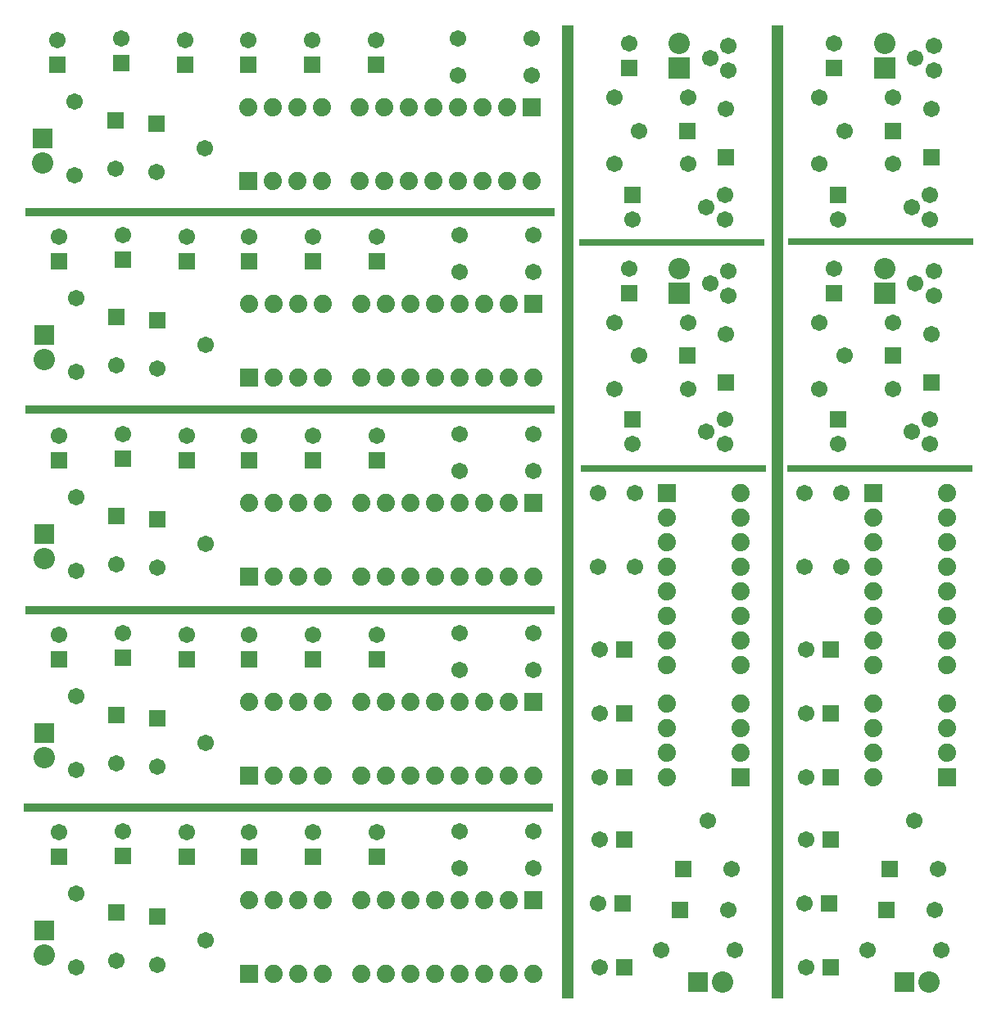
<source format=gts>
G04 Layer_Color=8388736*
%FSLAX25Y25*%
%MOIN*%
G70*
G01*
G75*
%ADD38R,0.75603X0.02768*%
%ADD39R,2.15367X0.03556*%
%ADD40R,0.04737X3.96469*%
%ADD41R,0.06706X0.06706*%
%ADD42C,0.06706*%
%ADD43R,0.06706X0.06706*%
%ADD44C,0.08674*%
%ADD45R,0.08674X0.08674*%
%ADD46R,0.06737X0.06737*%
%ADD47C,0.06737*%
%ADD48R,0.07400X0.07400*%
%ADD49C,0.07400*%
%ADD50R,0.07887X0.07887*%
%ADD51R,0.06737X0.06737*%
%ADD52R,0.07400X0.07400*%
%ADD53R,0.07887X0.07887*%
D38*
X350000Y310500D02*
D03*
X265000Y310000D02*
D03*
X349500Y218000D02*
D03*
X265500D02*
D03*
D39*
X109000Y80000D02*
D03*
X109500Y160500D02*
D03*
Y242000D02*
D03*
Y322500D02*
D03*
D40*
X308000Y200500D02*
D03*
X222500D02*
D03*
D41*
X370500Y253095D02*
D03*
X332500Y237937D02*
D03*
X331000Y289437D02*
D03*
Y380937D02*
D03*
X332500Y329437D02*
D03*
X370500Y344595D02*
D03*
X287000D02*
D03*
X249000Y329437D02*
D03*
X247500Y380937D02*
D03*
Y289437D02*
D03*
X249000Y237937D02*
D03*
X287000Y253095D02*
D03*
X15500Y140500D02*
D03*
X41500Y141000D02*
D03*
X67500Y140500D02*
D03*
X93000D02*
D03*
X119000D02*
D03*
X145000D02*
D03*
X39000Y117843D02*
D03*
X15500Y221500D02*
D03*
X41500Y222000D02*
D03*
X67500Y221500D02*
D03*
X93000D02*
D03*
X119000D02*
D03*
X145000D02*
D03*
X39000Y198843D02*
D03*
X15500Y302500D02*
D03*
X41500Y303000D02*
D03*
X67500Y302500D02*
D03*
X93000D02*
D03*
X119000D02*
D03*
X145000D02*
D03*
X39000Y279843D02*
D03*
X15000Y382500D02*
D03*
X41000Y383000D02*
D03*
X67000Y382500D02*
D03*
X92500D02*
D03*
X118500D02*
D03*
X144500D02*
D03*
X38500Y359843D02*
D03*
X15500Y60000D02*
D03*
X41500Y60500D02*
D03*
X67500Y60000D02*
D03*
X39000Y37343D02*
D03*
X93000Y60000D02*
D03*
X119000D02*
D03*
X145000D02*
D03*
D42*
X370500Y272779D02*
D03*
X335157Y263937D02*
D03*
X332500Y227937D02*
D03*
X331000Y299437D02*
D03*
X370000Y227937D02*
D03*
X362500Y232937D02*
D03*
X370000Y237937D02*
D03*
X371500Y288437D02*
D03*
X364000Y293437D02*
D03*
X371500Y298437D02*
D03*
X355000Y250437D02*
D03*
X325000D02*
D03*
X355000Y277437D02*
D03*
X325000D02*
D03*
X355000Y368937D02*
D03*
X325000D02*
D03*
X355000Y341937D02*
D03*
X325000D02*
D03*
X371500Y379937D02*
D03*
X364000Y384937D02*
D03*
X371500Y389937D02*
D03*
X370000Y319437D02*
D03*
X362500Y324437D02*
D03*
X370000Y329437D02*
D03*
X331000Y390937D02*
D03*
X332500Y319437D02*
D03*
X335157Y355437D02*
D03*
X370500Y364280D02*
D03*
X287000D02*
D03*
X251658Y355437D02*
D03*
X249000Y319437D02*
D03*
X247500Y390937D02*
D03*
X286500Y319437D02*
D03*
X279000Y324437D02*
D03*
X286500Y329437D02*
D03*
X288000Y379937D02*
D03*
X280500Y384937D02*
D03*
X288000Y389937D02*
D03*
X271500Y341937D02*
D03*
X241500D02*
D03*
X271500Y368937D02*
D03*
X241500D02*
D03*
X271500Y277437D02*
D03*
X241500D02*
D03*
X271500Y250437D02*
D03*
X241500D02*
D03*
X288000Y288437D02*
D03*
X280500Y293437D02*
D03*
X288000Y298437D02*
D03*
X286500Y227937D02*
D03*
X279000Y232937D02*
D03*
X286500Y237937D02*
D03*
X247500Y299437D02*
D03*
X249000Y227937D02*
D03*
X251658Y263937D02*
D03*
X287000Y272779D02*
D03*
X319500Y15000D02*
D03*
X319000Y41000D02*
D03*
X319500Y67000D02*
D03*
Y92500D02*
D03*
Y118500D02*
D03*
Y144500D02*
D03*
X344500Y22000D02*
D03*
X374500D02*
D03*
X371843Y38500D02*
D03*
X319000Y178000D02*
D03*
Y208000D02*
D03*
X334000Y178000D02*
D03*
Y208000D02*
D03*
X235500Y15000D02*
D03*
X235000Y41000D02*
D03*
X235500Y67000D02*
D03*
Y92500D02*
D03*
Y118500D02*
D03*
Y144500D02*
D03*
X260500Y22000D02*
D03*
X290500D02*
D03*
X287843Y38500D02*
D03*
X235000Y178000D02*
D03*
Y208000D02*
D03*
X250000Y178000D02*
D03*
Y208000D02*
D03*
X15500Y150500D02*
D03*
X41500Y151000D02*
D03*
X67500Y150500D02*
D03*
X93000D02*
D03*
X119000D02*
D03*
X145000D02*
D03*
X22500Y125500D02*
D03*
Y95500D02*
D03*
X39000Y98157D02*
D03*
X178500Y151000D02*
D03*
X208500D02*
D03*
X178500Y136000D02*
D03*
X208500D02*
D03*
X15500Y231500D02*
D03*
X41500Y232000D02*
D03*
X67500Y231500D02*
D03*
X93000D02*
D03*
X119000D02*
D03*
X145000D02*
D03*
X22500Y206500D02*
D03*
Y176500D02*
D03*
X39000Y179157D02*
D03*
X178500Y232000D02*
D03*
X208500D02*
D03*
X178500Y217000D02*
D03*
X208500D02*
D03*
X15500Y312500D02*
D03*
X41500Y313000D02*
D03*
X67500Y312500D02*
D03*
X93000D02*
D03*
X119000D02*
D03*
X145000D02*
D03*
X22500Y287500D02*
D03*
Y257500D02*
D03*
X39000Y260157D02*
D03*
X178500Y313000D02*
D03*
X208500D02*
D03*
X178500Y298000D02*
D03*
X208500D02*
D03*
X15000Y392500D02*
D03*
X41000Y393000D02*
D03*
X67000Y392500D02*
D03*
X92500D02*
D03*
X118500D02*
D03*
X144500D02*
D03*
X22000Y367500D02*
D03*
Y337500D02*
D03*
X38500Y340157D02*
D03*
X178000Y393000D02*
D03*
X208000D02*
D03*
X178000Y378000D02*
D03*
X208000D02*
D03*
X15500Y70000D02*
D03*
X41500Y70500D02*
D03*
X22500Y45000D02*
D03*
Y15000D02*
D03*
X67500Y70000D02*
D03*
X39000Y17657D02*
D03*
X93000Y70000D02*
D03*
X119000D02*
D03*
X145000D02*
D03*
X178500Y55500D02*
D03*
X208500D02*
D03*
X178500Y70500D02*
D03*
X208500D02*
D03*
D43*
X354842Y263937D02*
D03*
Y355437D02*
D03*
X271342D02*
D03*
Y263937D02*
D03*
X329500Y15000D02*
D03*
X329000Y41000D02*
D03*
X329500Y67000D02*
D03*
Y92500D02*
D03*
Y118500D02*
D03*
Y144500D02*
D03*
X352157Y38500D02*
D03*
X245500Y15000D02*
D03*
X245000Y41000D02*
D03*
X245500Y67000D02*
D03*
Y92500D02*
D03*
Y118500D02*
D03*
Y144500D02*
D03*
X268157Y38500D02*
D03*
D44*
X351500Y299437D02*
D03*
Y390937D02*
D03*
X268000D02*
D03*
Y299437D02*
D03*
X369500Y9000D02*
D03*
X285500D02*
D03*
X9500Y100500D02*
D03*
Y181500D02*
D03*
Y262500D02*
D03*
X9000Y342500D02*
D03*
X9500Y20000D02*
D03*
D45*
X351500Y289437D02*
D03*
Y380937D02*
D03*
X268000D02*
D03*
Y289437D02*
D03*
D46*
X353657Y55158D02*
D03*
X269657D02*
D03*
D47*
X363500Y74843D02*
D03*
X373343Y55158D02*
D03*
X279500Y74843D02*
D03*
X289343Y55158D02*
D03*
X75343Y106500D02*
D03*
X55658Y96657D02*
D03*
X75343Y187500D02*
D03*
X55658Y177657D02*
D03*
X75343Y268500D02*
D03*
X55658Y258657D02*
D03*
X74843Y348500D02*
D03*
X55158Y338657D02*
D03*
X75343Y26000D02*
D03*
X55658Y16157D02*
D03*
D48*
X347000Y208000D02*
D03*
X377000Y92500D02*
D03*
X263000Y208000D02*
D03*
X293000Y92500D02*
D03*
D49*
X347000Y198000D02*
D03*
Y188000D02*
D03*
Y178000D02*
D03*
Y168000D02*
D03*
Y158000D02*
D03*
Y148000D02*
D03*
Y138000D02*
D03*
X377000D02*
D03*
Y148000D02*
D03*
Y158000D02*
D03*
Y168000D02*
D03*
Y178000D02*
D03*
Y188000D02*
D03*
Y198000D02*
D03*
Y208000D02*
D03*
Y102500D02*
D03*
Y112500D02*
D03*
Y122500D02*
D03*
X347000D02*
D03*
Y112500D02*
D03*
Y102500D02*
D03*
Y92500D02*
D03*
X263000Y198000D02*
D03*
Y188000D02*
D03*
Y178000D02*
D03*
Y168000D02*
D03*
Y158000D02*
D03*
Y148000D02*
D03*
Y138000D02*
D03*
X293000D02*
D03*
Y148000D02*
D03*
Y158000D02*
D03*
Y168000D02*
D03*
Y178000D02*
D03*
Y188000D02*
D03*
Y198000D02*
D03*
Y208000D02*
D03*
Y102500D02*
D03*
Y112500D02*
D03*
Y122500D02*
D03*
X263000D02*
D03*
Y112500D02*
D03*
Y102500D02*
D03*
Y92500D02*
D03*
X198500Y123000D02*
D03*
X188500D02*
D03*
X178500D02*
D03*
X168500D02*
D03*
X158500D02*
D03*
X148500D02*
D03*
X138500D02*
D03*
Y93000D02*
D03*
X148500D02*
D03*
X158500D02*
D03*
X168500D02*
D03*
X178500D02*
D03*
X188500D02*
D03*
X198500D02*
D03*
X208500D02*
D03*
X103000D02*
D03*
X113000D02*
D03*
X123000D02*
D03*
Y123000D02*
D03*
X113000D02*
D03*
X103000D02*
D03*
X93000D02*
D03*
X198500Y204000D02*
D03*
X188500D02*
D03*
X178500D02*
D03*
X168500D02*
D03*
X158500D02*
D03*
X148500D02*
D03*
X138500D02*
D03*
Y174000D02*
D03*
X148500D02*
D03*
X158500D02*
D03*
X168500D02*
D03*
X178500D02*
D03*
X188500D02*
D03*
X198500D02*
D03*
X208500D02*
D03*
X103000D02*
D03*
X113000D02*
D03*
X123000D02*
D03*
Y204000D02*
D03*
X113000D02*
D03*
X103000D02*
D03*
X93000D02*
D03*
X198500Y285000D02*
D03*
X188500D02*
D03*
X178500D02*
D03*
X168500D02*
D03*
X158500D02*
D03*
X148500D02*
D03*
X138500D02*
D03*
Y255000D02*
D03*
X148500D02*
D03*
X158500D02*
D03*
X168500D02*
D03*
X178500D02*
D03*
X188500D02*
D03*
X198500D02*
D03*
X208500D02*
D03*
X103000D02*
D03*
X113000D02*
D03*
X123000D02*
D03*
Y285000D02*
D03*
X113000D02*
D03*
X103000D02*
D03*
X93000D02*
D03*
X198000Y365000D02*
D03*
X188000D02*
D03*
X178000D02*
D03*
X168000D02*
D03*
X158000D02*
D03*
X148000D02*
D03*
X138000D02*
D03*
Y335000D02*
D03*
X148000D02*
D03*
X158000D02*
D03*
X168000D02*
D03*
X178000D02*
D03*
X188000D02*
D03*
X198000D02*
D03*
X208000D02*
D03*
X102500D02*
D03*
X112500D02*
D03*
X122500D02*
D03*
Y365000D02*
D03*
X112500D02*
D03*
X102500D02*
D03*
X92500D02*
D03*
X198500Y42500D02*
D03*
X188500D02*
D03*
X178500D02*
D03*
X168500D02*
D03*
X158500D02*
D03*
X148500D02*
D03*
X138500D02*
D03*
Y12500D02*
D03*
X148500D02*
D03*
X158500D02*
D03*
X168500D02*
D03*
X178500D02*
D03*
X188500D02*
D03*
X198500D02*
D03*
X208500D02*
D03*
X103000D02*
D03*
X113000D02*
D03*
X123000D02*
D03*
Y42500D02*
D03*
X113000D02*
D03*
X103000D02*
D03*
X93000D02*
D03*
D50*
X359500Y9000D02*
D03*
X275500D02*
D03*
D51*
X55658Y116343D02*
D03*
Y197343D02*
D03*
Y278343D02*
D03*
X55158Y358343D02*
D03*
X55658Y35843D02*
D03*
D52*
X208500Y123000D02*
D03*
X93000Y93000D02*
D03*
X208500Y204000D02*
D03*
X93000Y174000D02*
D03*
X208500Y285000D02*
D03*
X93000Y255000D02*
D03*
X208000Y365000D02*
D03*
X92500Y335000D02*
D03*
X208500Y42500D02*
D03*
X93000Y12500D02*
D03*
D53*
X9500Y110500D02*
D03*
Y191500D02*
D03*
Y272500D02*
D03*
X9000Y352500D02*
D03*
X9500Y30000D02*
D03*
M02*

</source>
